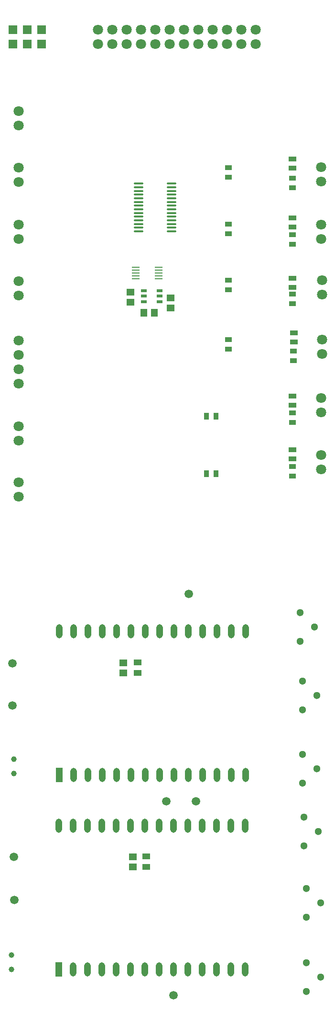
<source format=gbr>
G04 Layer_Color=255*
%FSLAX26Y26*%
%MOIN*%
%TF.FileFunction,Pads,Top*%
%TF.Part,Single*%
G01*
G75*
%TA.AperFunction,SMDPad,CuDef*%
%ADD10R,0.039370X0.023622*%
%ADD11O,0.072835X0.013780*%
%ADD12R,0.033465X0.051181*%
%ADD13R,0.051181X0.033465*%
%ADD14R,0.053150X0.037402*%
%ADD15O,0.057087X0.009842*%
%ADD16R,0.057087X0.045276*%
%ADD17R,0.045276X0.057087*%
%ADD18R,0.055118X0.041339*%
%TA.AperFunction,ComponentPad*%
%ADD21C,0.059055*%
%ADD22C,0.070866*%
%ADD23R,0.060000X0.060000*%
%ADD24C,0.051181*%
%ADD25C,0.039370*%
%ADD26O,0.047244X0.098425*%
%ADD27R,0.047244X0.098425*%
D10*
X1133600Y4983712D02*
D03*
Y4946310D02*
D03*
Y4908908D02*
D03*
X1241868D02*
D03*
Y4946310D02*
D03*
Y4983712D02*
D03*
D11*
X1325174Y5396912D02*
D03*
Y5422502D02*
D03*
Y5448094D02*
D03*
Y5473684D02*
D03*
Y5499274D02*
D03*
Y5524864D02*
D03*
Y5550456D02*
D03*
Y5576046D02*
D03*
Y5601636D02*
D03*
Y5627228D02*
D03*
Y5652818D02*
D03*
Y5678408D02*
D03*
Y5703998D02*
D03*
Y5729590D02*
D03*
X1094860Y5396912D02*
D03*
Y5422502D02*
D03*
Y5448094D02*
D03*
Y5473684D02*
D03*
Y5499274D02*
D03*
Y5524864D02*
D03*
Y5550456D02*
D03*
Y5576046D02*
D03*
Y5601636D02*
D03*
Y5627228D02*
D03*
Y5652818D02*
D03*
Y5678408D02*
D03*
Y5703998D02*
D03*
Y5729590D02*
D03*
D12*
X1571038Y4111402D02*
D03*
X1637968D02*
D03*
X1571040Y3711404D02*
D03*
X1637970D02*
D03*
D13*
X2169230Y4068278D02*
D03*
Y4135208D02*
D03*
X1724350Y4643080D02*
D03*
Y4576150D02*
D03*
Y5056466D02*
D03*
Y4989536D02*
D03*
X1724348Y5446232D02*
D03*
Y5379302D02*
D03*
X2169230Y3694264D02*
D03*
Y3761192D02*
D03*
X2169228Y5702138D02*
D03*
Y5769068D02*
D03*
X2169230Y5308434D02*
D03*
Y5375364D02*
D03*
X2177102Y4497412D02*
D03*
Y4564340D02*
D03*
X2169230Y4895048D02*
D03*
Y4961976D02*
D03*
X1724348Y5839932D02*
D03*
Y5773002D02*
D03*
D14*
X2170000Y5838504D02*
D03*
Y5901496D02*
D03*
Y4188504D02*
D03*
Y4251496D02*
D03*
X2169230Y3814342D02*
D03*
Y3877334D02*
D03*
X2170000Y5428504D02*
D03*
Y5491496D02*
D03*
X2180000Y4628504D02*
D03*
Y4691496D02*
D03*
X2170000Y5008504D02*
D03*
Y5071496D02*
D03*
D15*
X1235964Y5068356D02*
D03*
Y5088042D02*
D03*
Y5107726D02*
D03*
Y5127412D02*
D03*
Y5147096D02*
D03*
X1076514Y5068356D02*
D03*
Y5088042D02*
D03*
Y5107726D02*
D03*
Y5127412D02*
D03*
Y5147096D02*
D03*
D16*
X1040000Y4975434D02*
D03*
Y4904568D02*
D03*
X1320000Y4864568D02*
D03*
Y4935434D02*
D03*
X991000Y2323568D02*
D03*
Y2394434D02*
D03*
X1055000Y974566D02*
D03*
Y1045432D02*
D03*
D17*
X1134568Y4830000D02*
D03*
X1205434D02*
D03*
D18*
X1090000Y2397402D02*
D03*
Y2322598D02*
D03*
X1150000Y1047402D02*
D03*
Y972598D02*
D03*
D21*
X218000Y2391000D02*
D03*
X215000Y2096000D02*
D03*
X1340000Y80000D02*
D03*
X1445000Y2875000D02*
D03*
X1290000Y1430000D02*
D03*
X230000Y745000D02*
D03*
X225000Y1045000D02*
D03*
X1495000Y1430000D02*
D03*
D22*
X1914504Y6701402D02*
D03*
Y6801402D02*
D03*
X814504Y6701402D02*
D03*
X914504D02*
D03*
X1014504D02*
D03*
X1114504D02*
D03*
X1214504D02*
D03*
X1314504D02*
D03*
X1414504D02*
D03*
X1514504D02*
D03*
X1614504D02*
D03*
X1714504D02*
D03*
X814504Y6801402D02*
D03*
X914504D02*
D03*
X1014504D02*
D03*
X1114504D02*
D03*
X1214504D02*
D03*
X1314504D02*
D03*
X1414504D02*
D03*
X1514504D02*
D03*
X1614504D02*
D03*
X1714504D02*
D03*
X1814504D02*
D03*
Y6701402D02*
D03*
X2370018Y3740444D02*
D03*
Y3840444D02*
D03*
X259782Y4337568D02*
D03*
Y4437568D02*
D03*
Y4537568D02*
D03*
Y4637568D02*
D03*
X2375924Y4543868D02*
D03*
Y4643868D02*
D03*
Y4957254D02*
D03*
Y5057254D02*
D03*
X2370018Y4138358D02*
D03*
Y4238358D02*
D03*
Y5743250D02*
D03*
Y5843250D02*
D03*
X259782Y3551742D02*
D03*
Y3651742D02*
D03*
X2370018Y5345706D02*
D03*
Y5445706D02*
D03*
X259782Y3941506D02*
D03*
Y4041506D02*
D03*
Y5740062D02*
D03*
Y5840062D02*
D03*
Y5345706D02*
D03*
Y5445706D02*
D03*
Y4951348D02*
D03*
Y5051348D02*
D03*
Y6134418D02*
D03*
Y6234418D02*
D03*
D23*
X220412Y6700168D02*
D03*
X320412D02*
D03*
X420412D02*
D03*
Y6800168D02*
D03*
X320412D02*
D03*
X220412D02*
D03*
D24*
X2221504Y2743402D02*
D03*
Y2543402D02*
D03*
X2321504Y2643402D02*
D03*
X2248504Y1321250D02*
D03*
Y1121250D02*
D03*
X2348504Y1221250D02*
D03*
X2240504Y2267402D02*
D03*
Y2067402D02*
D03*
X2340504Y2167402D02*
D03*
X2267504Y823390D02*
D03*
Y623390D02*
D03*
X2367504Y723390D02*
D03*
X2240504Y1757402D02*
D03*
Y1557402D02*
D03*
X2340504Y1657402D02*
D03*
X2267504Y307402D02*
D03*
Y107402D02*
D03*
X2367504Y207402D02*
D03*
D25*
X209504Y359402D02*
D03*
Y259402D02*
D03*
X225504Y1724402D02*
D03*
Y1624402D02*
D03*
D26*
X1838324Y1260208D02*
D03*
X1738324D02*
D03*
X1638324D02*
D03*
X1538324D02*
D03*
X1438324D02*
D03*
X1338324D02*
D03*
X1238324D02*
D03*
X1138324D02*
D03*
X1038324D02*
D03*
X938324D02*
D03*
X838324D02*
D03*
X738324D02*
D03*
X638324D02*
D03*
X538324D02*
D03*
X1838324Y260208D02*
D03*
X1738324D02*
D03*
X1638324D02*
D03*
X1538324D02*
D03*
X1438324D02*
D03*
X1338324D02*
D03*
X1238324D02*
D03*
X1138324D02*
D03*
X1038324D02*
D03*
X938324D02*
D03*
X838324D02*
D03*
X738324D02*
D03*
X638324D02*
D03*
X643246Y1613554D02*
D03*
X743246D02*
D03*
X843246D02*
D03*
X943246D02*
D03*
X1043246D02*
D03*
X1143246D02*
D03*
X1243246D02*
D03*
X1343246D02*
D03*
X1443246D02*
D03*
X1543246D02*
D03*
X1643246D02*
D03*
X1743246D02*
D03*
X1843246D02*
D03*
X543246Y2613554D02*
D03*
X643246D02*
D03*
X743246D02*
D03*
X843246D02*
D03*
X943246D02*
D03*
X1043246D02*
D03*
X1143246D02*
D03*
X1243246D02*
D03*
X1343246D02*
D03*
X1443246D02*
D03*
X1543246D02*
D03*
X1643246D02*
D03*
X1743246D02*
D03*
X1843246D02*
D03*
D27*
X538324Y260208D02*
D03*
X543246Y1613554D02*
D03*
%TF.MD5,f928030c1bd7b1d912185848c114a83b*%
M02*

</source>
